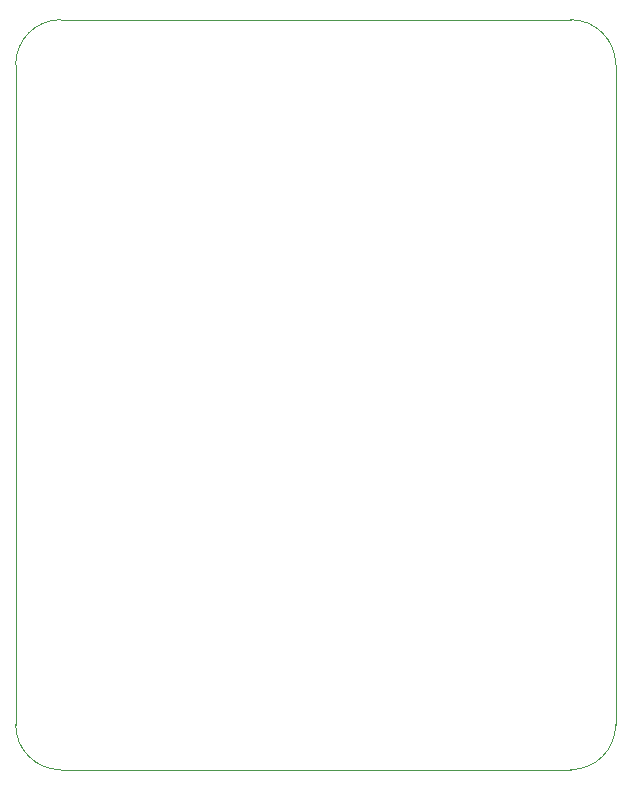
<source format=gbr>
%TF.GenerationSoftware,KiCad,Pcbnew,(6.0.1)*%
%TF.CreationDate,2022-02-15T00:41:15-08:00*%
%TF.ProjectId,OpenMC,4f70656e-4d43-42e6-9b69-6361645f7063,rev?*%
%TF.SameCoordinates,Original*%
%TF.FileFunction,Profile,NP*%
%FSLAX46Y46*%
G04 Gerber Fmt 4.6, Leading zero omitted, Abs format (unit mm)*
G04 Created by KiCad (PCBNEW (6.0.1)) date 2022-02-15 00:41:15*
%MOMM*%
%LPD*%
G01*
G04 APERTURE LIST*
%TA.AperFunction,Profile*%
%ADD10C,0.100000*%
%TD*%
G04 APERTURE END LIST*
D10*
X119380000Y-83820000D02*
G75*
G03*
X115570000Y-87630000I-1J-3809999D01*
G01*
X115570000Y-143510000D02*
X115570000Y-91017000D01*
X162560000Y-83820000D02*
X119380000Y-83820000D01*
X115570000Y-87630000D02*
X115570000Y-91017000D01*
X166370000Y-87630000D02*
G75*
G03*
X162560000Y-83820000I-3809999J1D01*
G01*
X162560000Y-147320000D02*
G75*
G03*
X166370000Y-143510000I1J3809999D01*
G01*
X115570000Y-143510000D02*
G75*
G03*
X119380000Y-147320000I3809999J-1D01*
G01*
X162560000Y-147320000D02*
X119380000Y-147320000D01*
X166370000Y-143510000D02*
X166370000Y-87630000D01*
M02*

</source>
